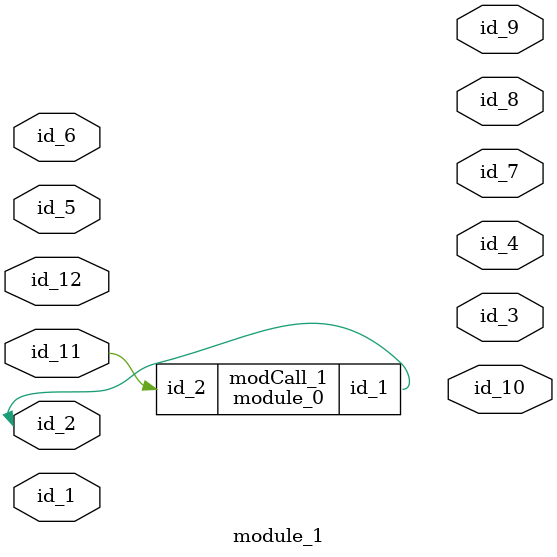
<source format=v>
module module_0 (
    id_1,
    id_2
);
  input wire id_2;
  inout wire id_1;
endmodule
module module_1 (
    id_1,
    id_2,
    id_3,
    id_4,
    id_5,
    id_6,
    id_7,
    id_8,
    id_9,
    id_10,
    id_11,
    id_12
);
  inout wire id_12;
  input wire id_11;
  output wire id_10;
  output wire id_9;
  output wire id_8;
  output wire id_7;
  input wire id_6;
  module_0 modCall_1 (
      id_2,
      id_11
  );
  input wire id_5;
  output wire id_4;
  output wire id_3;
  inout wire id_2;
  input wire id_1;
endmodule

</source>
